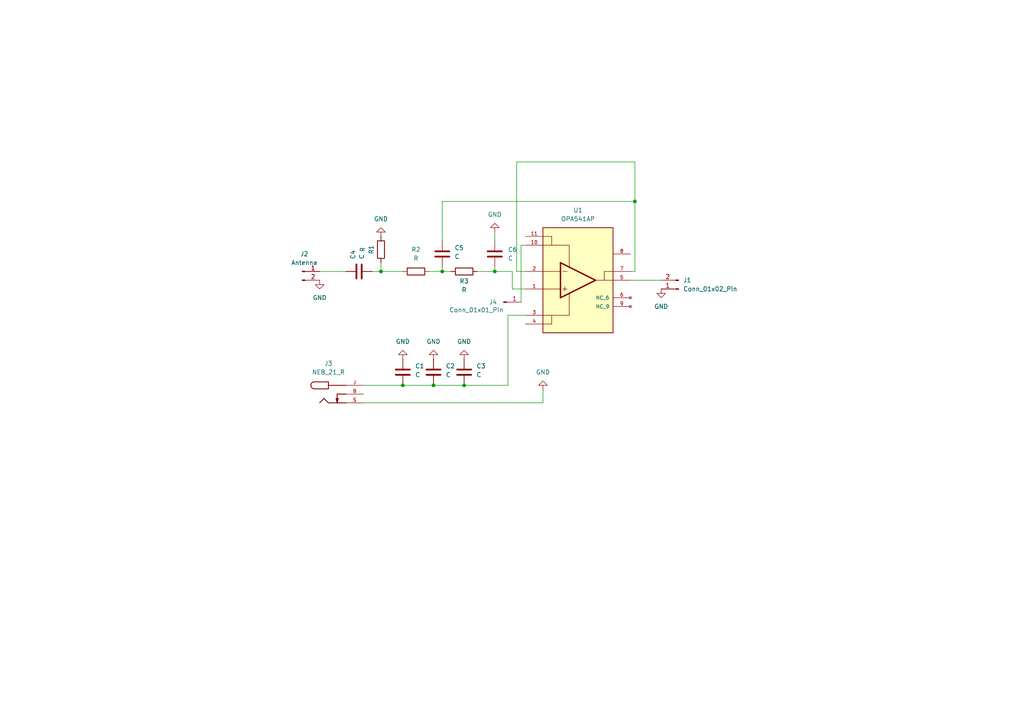
<source format=kicad_sch>
(kicad_sch (version 20231120) (generator "eeschema") (generator_version "8.0")
  (paper "A4")
  (lib_symbols
    (symbol "Connector:Conn_01x01_Pin" (pin_names (offset 1.016) hide)
      (property "Reference" "J" (at 0 2.54 0))
      (property "Value" "Conn_01x01_Pin" (at 0 -2.54 0))
      (symbol "Conn_01x01_Pin_1_1"
        (polyline (pts (xy 1.27 0) (xy 0.8636 0)) (stroke (width 0.1524)))
        (rectangle (start 0.8636 0.127) (end 0 -0.127) (stroke (width 0.1524)) (fill (type outline)))
        (pin passive line (at 5.08 0 180) (length 3.81) (name "Pin_1") (number "1"))
      )
    )
    (symbol "Connector:Conn_01x02_Pin" (pin_names (offset 1.016) hide)
      (property "Reference" "J" (at 0 2.54 0))
      (property "Value" "Conn_01x02_Pin" (at 0 -5.08 0))
      (symbol "Conn_01x02_Pin_1_1"
        (polyline (pts (xy 1.27 -2.54) (xy 0.8636 -2.54)) (stroke (width 0.1524)))
        (polyline (pts (xy 1.27 0) (xy 0.8636 0)) (stroke (width 0.1524)))
        (rectangle (start 0.8636 -2.413) (end 0 -2.667) (stroke (width 0.1524)) (fill (type outline)))
        (rectangle (start 0.8636 0.127) (end 0 -0.127) (stroke (width 0.1524)) (fill (type outline)))
        (pin passive line (at 5.08 0 180) (length 3.81) (name "Pin_1") (number "1"))
        (pin passive line (at 5.08 -2.54 180) (length 3.81) (name "Pin_2") (number "2"))
      )
    )
    (symbol "Device:C" (pin_numbers hide) (pin_names (offset 0.254))
      (property "Reference" "C" (at 0.635 2.54 0))
      (property "Value" "C" (at 0.635 -2.54 0))
      (symbol "C_0_1"
        (polyline (pts (xy -2.032 -0.762) (xy 2.032 -0.762)) (stroke (width 0.508)))
        (polyline (pts (xy -2.032 0.762) (xy 2.032 0.762)) (stroke (width 0.508)))
      )
      (symbol "C_1_1"
        (pin passive line (at 0 3.81 270) (length 2.794) (name "~") (number "1"))
        (pin passive line (at 0 -3.81 90) (length 2.794) (name "~") (number "2"))
      )
    )
    (symbol "Device:R" (pin_numbers hide) (pin_names (offset 0))
      (property "Reference" "R" (at 2.032 0 90))
      (property "Value" "R" (at 0 0 90))
      (symbol "R_0_1"
        (rectangle (start -1.016 -2.54) (end 1.016 2.54) (stroke (width 0.254)))
      )
      (symbol "R_1_1"
        (pin passive line (at 0 3.81 270) (length 1.27) (name "~") (number "1"))
        (pin passive line (at 0 -3.81 90) (length 1.27) (name "~") (number "2"))
      )
    )
    (symbol "NEB_21_R:NEB_21_R" (pin_names (offset 1.016))
      (property "Reference" "J" (at -5.08 5.08 0))
      (property "Value" "NEB_21_R" (at -5.08 -6.35 0))
      (symbol "NEB_21_R_0_0"
        (arc (start -4.064 3.556) (mid -5.0755 2.54) (end -4.064 1.524) (stroke (width 0.254)))
        (polyline (pts (xy -4.064 1.524) (xy 0 1.524)) (stroke (width 0.254)))
        (polyline (pts (xy -1.27 -1.27) (xy -2.54 -2.54)) (stroke (width 0.254)))
        (polyline (pts (xy 0 -2.54) (xy -1.27 -1.27)) (stroke (width 0.254)))
        (polyline (pts (xy 0 1.524) (xy 0 2.54)) (stroke (width 0.254)))
        (polyline (pts (xy 0 2.54) (xy 0 3.556)) (stroke (width 0.254)))
        (polyline (pts (xy 0 3.556) (xy -4.064 3.556)) (stroke (width 0.254)))
        (polyline (pts (xy 2.54 -2.54) (xy 0 -2.54)) (stroke (width 0.254)))
        (polyline (pts (xy 2.54 0) (xy 2.54 -2.54)) (stroke (width 0.254)))
        (polyline (pts (xy 5.08 -2.54) (xy 2.54 -2.54)) (stroke (width 0.254)))
        (polyline (pts (xy 5.08 0) (xy 2.54 0)) (stroke (width 0.254)))
        (polyline (pts (xy 5.08 2.54) (xy 0 2.54)) (stroke (width 0.254)))
        (polyline (pts (xy 2.54 -2.54) (xy 2.8575 -1.27) (xy 2.2225 -1.27) (xy 2.54 -2.54)) (stroke (width 0.254)) (fill (type outline)))
        (pin passive line (at 10.16 0 180) (length 5.08) (name "~") (number "B"))
        (pin passive line (at 10.16 2.54 180) (length 5.08) (name "~") (number "J"))
        (pin passive line (at 10.16 -2.54 180) (length 5.08) (name "~") (number "S"))
      )
    )
    (symbol "OPA541:OPA541AP" (pin_names (offset 1.016))
      (property "Reference" "U" (at -10.16 16.002 0))
      (property "Value" "OPA541AP" (at -10.16 -16.002 0))
      (symbol "OPA541AP_0_0"
        (rectangle (start -10.16 -15.24) (end 10.16 15.24) (stroke (width 0.254)) (fill (type background)))
        (polyline (pts (xy -10.16 -12.7) (xy -7.62 -12.7)) (stroke (width 0.1524)))
        (polyline (pts (xy -10.16 -10.16) (xy -7.62 -10.16)) (stroke (width 0.1524)))
        (polyline (pts (xy -10.16 -2.54) (xy -5.08 -2.54)) (stroke (width 0.1524)))
        (polyline (pts (xy -10.16 2.54) (xy -5.08 2.54)) (stroke (width 0.1524)))
        (polyline (pts (xy -10.16 10.16) (xy -7.62 10.16)) (stroke (width 0.1524)))
        (polyline (pts (xy -10.16 12.7) (xy -7.62 12.7)) (stroke (width 0.1524)))
        (polyline (pts (xy -7.62 -12.7) (xy -7.62 -10.16)) (stroke (width 0.1524)))
        (polyline (pts (xy -7.62 -10.16) (xy -2.54 -10.16)) (stroke (width 0.1524)))
        (polyline (pts (xy -7.62 10.16) (xy -2.54 10.16)) (stroke (width 0.1524)))
        (polyline (pts (xy -7.62 12.7) (xy -7.62 10.16)) (stroke (width 0.1524)))
        (polyline (pts (xy -5.08 -5.08) (xy -2.54 -3.81)) (stroke (width 0.4064)))
        (polyline (pts (xy -5.08 -2.54) (xy -5.08 -5.08)) (stroke (width 0.4064)))
        (polyline (pts (xy -5.08 2.54) (xy -5.08 -2.54)) (stroke (width 0.4064)))
        (polyline (pts (xy -5.08 5.08) (xy -5.08 2.54)) (stroke (width 0.4064)))
        (polyline (pts (xy -4.445 -2.54) (xy -3.175 -2.54)) (stroke (width 0.1524)))
        (polyline (pts (xy -4.445 2.54) (xy -3.175 2.54)) (stroke (width 0.1524)))
        (polyline (pts (xy -3.81 -1.905) (xy -3.81 -3.175)) (stroke (width 0.1524)))
        (polyline (pts (xy -2.54 -10.16) (xy -2.54 -3.81)) (stroke (width 0.1524)))
        (polyline (pts (xy -2.54 -3.81) (xy 5.08 0)) (stroke (width 0.4064)))
        (polyline (pts (xy -2.54 3.81) (xy -5.08 5.08)) (stroke (width 0.4064)))
        (polyline (pts (xy -2.54 10.16) (xy -2.54 3.81)) (stroke (width 0.1524)))
        (polyline (pts (xy 5.08 0) (xy -2.54 3.81)) (stroke (width 0.4064)))
        (polyline (pts (xy 5.08 0) (xy 7.62 0)) (stroke (width 0.1524)))
        (polyline (pts (xy 7.62 0) (xy 10.16 0)) (stroke (width 0.1524)))
        (polyline (pts (xy 7.62 2.54) (xy 7.62 0)) (stroke (width 0.1524)))
        (polyline (pts (xy 10.16 2.54) (xy 7.62 2.54)) (stroke (width 0.1524)))
        (pin input line (at -15.24 -2.54 0) (length 5.08) (name "~") (number "1"))
        (pin power_in line (at -15.24 10.16 0) (length 5.08) (name "~") (number "10"))
        (pin power_in line (at -15.24 12.7 0) (length 5.08) (name "~") (number "11"))
        (pin input line (at -15.24 2.54 0) (length 5.08) (name "~") (number "2"))
        (pin power_in line (at -15.24 -10.16 0) (length 5.08) (name "~") (number "3"))
        (pin power_in line (at -15.24 -12.7 0) (length 5.08) (name "~") (number "4"))
        (pin output line (at 15.24 0 180) (length 5.08) (name "~") (number "5"))
        (pin no_connect line (at 15.24 -5.08 180) (length 5.08) (name "NC_6") (number "6"))
        (pin output line (at 15.24 2.54 180) (length 5.08) (name "~") (number "7"))
        (pin input line (at 15.24 7.62 180) (length 5.08) (name "~") (number "8"))
        (pin no_connect line (at 15.24 -7.62 180) (length 5.08) (name "NC_9") (number "9"))
      )
    )
    (symbol "power:GND" (power) (pin_numbers hide) (pin_names (offset 0) hide)
      (property "Value" "GND" (at 0 -3.81 0))
      (symbol "GND_0_1"
        (polyline (pts (xy 0 0) (xy 0 -1.27) (xy 1.27 -1.27) (xy 0 -2.54) (xy -1.27 -1.27) (xy 0 -1.27)))
      )
      (symbol "GND_1_1"
        (pin power_in line (at 0 0 270) (length 0) (name "~") (number "1"))
      )
    )
  )
  (junction (at 143.51 78.74))
  (junction (at 110.49 78.74))
  (junction (at 134.62 111.76))
  (junction (at 128.27 78.74))
  (junction (at 116.84 111.76))
  (junction (at 125.73 111.76))
  (junction (at 184.15 58.42))
  (wire (pts (xy 184.15 46.99) (xy 184.15 58.42)))
  (wire (pts (xy 110.49 76.2) (xy 110.49 78.74)))
  (wire (pts (xy 148.59 83.82) (xy 152.4 83.82)))
  (wire (pts (xy 184.15 78.74) (xy 182.88 78.74)))
  (wire (pts (xy 151.13 71.12) (xy 151.13 87.63)))
  (wire (pts (xy 147.32 91.44) (xy 152.4 91.44)))
  (wire (pts (xy 125.73 111.76) (xy 134.62 111.76)))
  (wire (pts (xy 149.86 78.74) (xy 152.4 78.74)))
  (wire (pts (xy 157.48 113.03) (xy 157.48 116.84)))
  (wire (pts (xy 149.86 78.74) (xy 149.86 46.99)))
  (wire (pts (xy 105.41 116.84) (xy 157.48 116.84)))
  (wire (pts (xy 128.27 69.85) (xy 128.27 58.42)))
  (wire (pts (xy 92.71 78.74) (xy 100.33 78.74)))
  (wire (pts (xy 184.15 58.42) (xy 184.15 78.74)))
  (wire (pts (xy 110.49 78.74) (xy 116.84 78.74)))
  (wire (pts (xy 148.59 78.74) (xy 148.59 83.82)))
  (wire (pts (xy 105.41 111.76) (xy 116.84 111.76)))
  (wire (pts (xy 143.51 67.31) (xy 143.51 69.85)))
  (wire (pts (xy 128.27 78.74) (xy 130.81 78.74)))
  (wire (pts (xy 134.62 111.76) (xy 147.32 111.76)))
  (wire (pts (xy 138.43 78.74) (xy 143.51 78.74)))
  (wire (pts (xy 116.84 111.76) (xy 125.73 111.76)))
  (wire (pts (xy 148.59 78.74) (xy 143.51 78.74)))
  (wire (pts (xy 143.51 77.47) (xy 143.51 78.74)))
  (wire (pts (xy 124.46 78.74) (xy 128.27 78.74)))
  (wire (pts (xy 128.27 77.47) (xy 128.27 78.74)))
  (wire (pts (xy 152.4 71.12) (xy 151.13 71.12)))
  (wire (pts (xy 182.88 81.28) (xy 191.77 81.28)))
  (wire (pts (xy 128.27 58.42) (xy 184.15 58.42)))
  (wire (pts (xy 149.86 46.99) (xy 184.15 46.99)))
  (wire (pts (xy 147.32 111.76) (xy 147.32 91.44)))
  (wire (pts (xy 107.95 78.74) (xy 110.49 78.74)))
  (symbol (lib_id "power:GND") (at 134.62 104.14 180) (unit 1)
    (property "Reference" "#PWR04" (effects (hide yes)))
    (property "Value" "GND" (at 134.62 99.06 0))
    (property "Description" "Power symbol creates a global label with name \"GND\" , ground" (effects (hide yes)))
  )
  (symbol (lib_id "power:GND") (at 157.48 113.03 180) (unit 1)
    (property "Reference" "#PWR06" (effects (hide yes)))
    (property "Value" "GND" (at 157.48 107.95 0))
    (property "Description" "Power symbol creates a global label with name \"GND\" , ground" (effects (hide yes)))
  )
  (symbol (lib_id "power:GND") (at 125.73 104.14 180) (unit 1)
    (property "Reference" "#PWR03" (effects (hide yes)))
    (property "Value" "GND" (at 125.73 99.06 0))
    (property "Description" "Power symbol creates a global label with name \"GND\" , ground" (effects (hide yes)))
  )
  (symbol (lib_id "power:GND") (at 116.84 104.14 180) (unit 1)
    (property "Reference" "#PWR02" (effects (hide yes)))
    (property "Value" "GND" (at 116.84 99.06 0))
    (property "Description" "Power symbol creates a global label with name \"GND\" , ground" (effects (hide yes)))
  )
  (symbol (lib_id "Device:C") (at 143.51 73.66 0) (unit 1)
    (property "Reference" "C6" (at 147.32 72.3899 0) (effects (justify left)))
    (property "Value" "C" (at 147.32 74.9299 0) (effects (justify left)))
    (property "Footprint" "Capacitor_THT:C_Rect_L4.0mm_W2.5mm_P2.50mm" (effects (hide yes)))
    (property "Description" "Unpolarized capacitor" (effects (hide yes)))
  )
  (symbol (lib_id "Device:C") (at 125.73 107.95 0) (unit 1)
    (property "Reference" "C2" (at 129.286 106.172 0) (effects (justify left)))
    (property "Value" "C" (at 129.286 108.712 0) (effects (justify left)))
    (property "Footprint" "Capacitor_THT:C_Rect_L4.0mm_W2.5mm_P2.50mm" (effects (hide yes)))
    (property "Description" "Unpolarized capacitor" (effects (hide yes)))
  )
  (symbol (lib_id "Connector:Conn_01x01_Pin") (at 146.05 87.63 0) (unit 1)
    (property "Reference" "J4" (at 143.002 87.63 0))
    (property "Value" "Conn_01x01_Pin" (at 138.176 89.916 0))
    (property "Footprint" "Connector_PinHeader_2.54mm:PinHeader_1x01_P2.54mm_Horizontal" (effects (hide yes)))
    (property "Description" "Generic connector, single row, 01x01, script generated" (effects (hide yes)))
  )
  (symbol (lib_id "OPA541:OPA541AP") (at 167.64 81.28 0) (unit 1)
    (property "Reference" "U1" (at 167.64 60.96 0))
    (property "Value" "OPA541AP" (at 167.64 63.5 0))
    (property "Footprint" "OPA wisper:TO170P2027X462X2456-11" (effects (hide yes)))
    (property "MF" "Texas Instruments" (effects (hide yes)))
    (property "MAXIMUM_PACKAGE_HEIGHT" "24.56mm" (effects (hide yes)))
    (property "Package" "TO-220-11 Texas Instruments" (effects (hide yes)))
    (property "Price" "None" (effects (hide yes)))
    (property "Check_prices" "https://www.snapeda.com/parts/OPA541AP/Texas+Instruments/view-part/?ref=eda" (effects (hide yes)))
    (property "STANDARD" "IPC-7351B" (effects (hide yes)))
    (property "PARTREV" "B" (effects (hide yes)))
    (property "SnapEDA_Link" "https://www.snapeda.com/parts/OPA541AP/Texas+Instruments/view-part/?ref=snap" (effects (hide yes)))
    (property "SNAPEDA_PACKAGE_ID" "102954" (effects (hide yes)))
    (property "MP" "OPA541AP" (effects (hide yes)))
    (property "Description_1" "\n                        \n                            High Power Monolithic Operational Amplifier\n                        \n" (effects (hide yes)))
    (property "Availability" "In Stock" (effects (hide yes)))
    (property "MANUFACTURER" "Texas Instruments" (effects (hide yes)))
  )
  (symbol (lib_id "Device:R") (at 120.65 78.74 90) (unit 1)
    (property "Reference" "R2" (at 120.65 72.39 90))
    (property "Value" "R" (at 120.65 74.93 90))
    (property "Footprint" "Resistor_THT:R_Bare_Metal_Element_L12.4mm_W4.8mm_P11.40mm" (effects (hide yes)))
    (property "Description" "Resistor" (effects (hide yes)))
  )
  (symbol (lib_id "Device:R") (at 134.62 78.74 270) (unit 1)
    (property "Reference" "R3" (at 134.62 81.534 90))
    (property "Value" "R" (at 134.62 84.074 90))
    (property "Footprint" "Resistor_THT:R_Bare_Metal_Element_L12.4mm_W4.8mm_P11.40mm" (effects (hide yes)))
    (property "Description" "Resistor" (effects (hide yes)))
  )
  (symbol (lib_id "Device:C") (at 134.62 107.95 0) (unit 1)
    (property "Reference" "C3" (at 138.176 106.172 0) (effects (justify left)))
    (property "Value" "C" (at 138.176 108.712 0) (effects (justify left)))
    (property "Footprint" "Capacitor_THT:C_Rect_L4.0mm_W2.5mm_P2.50mm" (effects (hide yes)))
    (property "Description" "Unpolarized capacitor" (effects (hide yes)))
  )
  (symbol (lib_id "Connector:Conn_01x02_Pin") (at 87.63 78.74 0) (unit 1)
    (property "Reference" "J2" (at 88.265 73.66 0))
    (property "Value" "Antenna" (at 88.265 76.2 0))
    (property "Footprint" "Connector_PinHeader_2.54mm:PinHeader_1x02_P2.54mm_Vertical" (effects (hide yes)))
    (property "Description" "Generic connector, single row, 01x02, script generated" (effects (hide yes)))
  )
  (symbol (lib_id "Device:C") (at 116.84 107.95 0) (unit 1)
    (property "Reference" "C1" (at 120.396 106.172 0) (effects (justify left)))
    (property "Value" "C" (at 120.396 108.712 0) (effects (justify left)))
    (property "Footprint" "Capacitor_THT:C_Rect_L4.0mm_W2.5mm_P2.50mm" (effects (hide yes)))
    (property "Description" "Unpolarized capacitor" (effects (hide yes)))
  )
  (symbol (lib_id "power:GND") (at 143.51 67.31 180) (unit 1)
    (property "Reference" "#PWR05" (effects (hide yes)))
    (property "Value" "GND" (at 143.51 62.23 0))
    (property "Description" "Power symbol creates a global label with name \"GND\" , ground" (effects (hide yes)))
  )
  (symbol (lib_id "NEB_21_R:NEB_21_R") (at 95.25 114.3 0) (unit 1)
    (property "Reference" "J3" (at 95.2522 105.41 0))
    (property "Value" "NEB_21_R" (at 95.2522 107.95 0))
    (property "Footprint" "OPA wisper:LUMBERG_NEB_21_R" (effects (hide yes)))
    (property "MF" "Lumberg" (effects (hide yes)))
    (property "MAXIMUM_PACKAGE_HEIGHT" "11 mm" (effects (hide yes)))
    (property "Package" "None" (effects (hide yes)))
    (property "Price" "None" (effects (hide yes)))
    (property "Check_prices" "https://www.snapeda.com/parts/NEB%2021%20R/Lumberg+Connectors/view-part/?ref=eda" (effects (hide yes)))
    (property "STANDARD" "Manufacturer Recommendations" (effects (hide yes)))
    (property "PARTREV" "01/2018" (effects (hide yes)))
    (property "SnapEDA_Link" "https://www.snapeda.com/parts/NEB%2021%20R/Lumberg+Connectors/view-part/?ref=snap" (effects (hide yes)))
    (property "MP" "NEB 21 R" (effects (hide yes)))
    (property "Description_1" "\n                        \n                            Socket; DC supply; male; 5,5/2,1mm; with on/off switch; on PCBs\n                        \n" (effects (hide yes)))
    (property "Availability" "Not in stock" (effects (hide yes)))
    (property "MANUFACTURER" "Lumberg" (effects (hide yes)))
  )
  (symbol (lib_id "Device:C") (at 104.14 78.74 90) (unit 1)
    (property "Reference" "C4" (at 102.362 75.184 0) (effects (justify left)))
    (property "Value" "C" (at 104.902 75.184 0) (effects (justify left)))
    (property "Footprint" "Capacitor_THT:C_Rect_L4.0mm_W2.5mm_P2.50mm" (effects (hide yes)))
    (property "Description" "Unpolarized capacitor" (effects (hide yes)))
  )
  (symbol (lib_id "Device:C") (at 128.27 73.66 0) (unit 1)
    (property "Reference" "C5" (at 131.826 71.882 0) (effects (justify left)))
    (property "Value" "C" (at 131.826 74.422 0) (effects (justify left)))
    (property "Footprint" "Capacitor_THT:C_Rect_L4.0mm_W2.5mm_P2.50mm" (effects (hide yes)))
    (property "Description" "Unpolarized capacitor" (effects (hide yes)))
  )
  (symbol (lib_id "Device:R") (at 110.49 72.39 180) (unit 1)
    (property "Reference" "R1" (at 107.696 72.39 90))
    (property "Value" "R" (at 105.156 72.39 90))
    (property "Footprint" "Resistor_THT:R_Bare_Metal_Element_L12.4mm_W4.8mm_P11.40mm" (effects (hide yes)))
    (property "Description" "Resistor" (effects (hide yes)))
  )
  (symbol (lib_id "Connector:Conn_01x02_Pin") (at 196.85 83.82 180) (unit 1)
    (property "Reference" "J1" (at 198.12 81.2799 0) (effects (justify right)))
    (property "Value" "Conn_01x02_Pin" (at 198.12 83.8199 0) (effects (justify right)))
    (property "Footprint" "Connector_PinHeader_2.54mm:PinHeader_1x02_P2.54mm_Vertical" (effects (hide yes)))
    (property "Description" "Generic connector, single row, 01x02, script generated" (effects (hide yes)))
  )
  (symbol (lib_id "power:GND") (at 191.77 83.82 0) (unit 1)
    (property "Reference" "#PWR07" (effects (hide yes)))
    (property "Value" "GND" (at 191.77 88.9 0))
    (property "Description" "Power symbol creates a global label with name \"GND\" , ground" (effects (hide yes)))
  )
  (symbol (lib_id "power:GND") (at 110.49 68.58 180) (unit 1)
    (property "Reference" "#PWR01" (effects (hide yes)))
    (property "Value" "GND" (at 110.49 63.5 0))
    (property "Description" "Power symbol creates a global label with name \"GND\" , ground" (effects (hide yes)))
  )
  (symbol (lib_id "power:GND") (at 92.71 81.28 0) (unit 1)
    (property "Reference" "#PWR08" (effects (hide yes)))
    (property "Value" "GND" (at 92.71 86.36 0))
    (property "Description" "Power symbol creates a global label with name \"GND\" , ground" (effects (hide yes)))
  )
)
</source>
